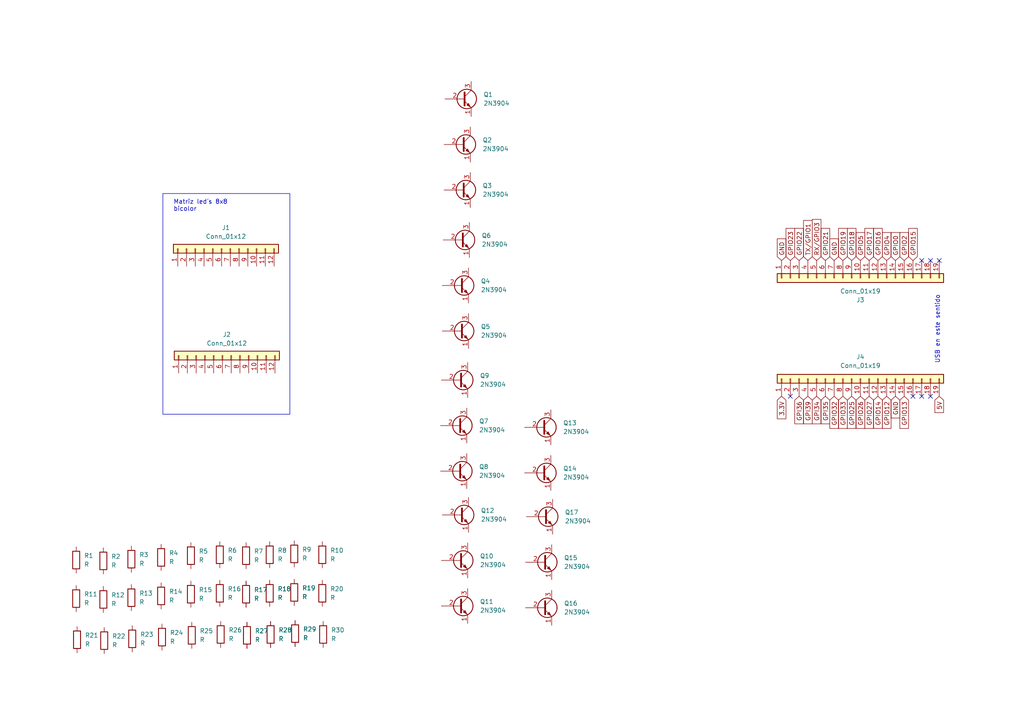
<source format=kicad_sch>
(kicad_sch (version 20230121) (generator eeschema)
  (paper "A4")
  (lib_symbols
    (symbol "Connector_Generic:Conn_01x12" (pin_names (offset 1.016) hide)
      (property "Reference" "J" (at 0 15.24 0))
      (property "Value" "Conn_01x12" (at 0 -17.78 0))
      (symbol "Conn_01x12_1_1"
        (rectangle (start -1.27 -15.113) (end 0 -15.367) (stroke (width 0.1524)))
        (rectangle (start -1.27 -12.573) (end 0 -12.827) (stroke (width 0.1524)))
        (rectangle (start -1.27 -10.033) (end 0 -10.287) (stroke (width 0.1524)))
        (rectangle (start -1.27 -7.493) (end 0 -7.747) (stroke (width 0.1524)))
        (rectangle (start -1.27 -4.953) (end 0 -5.207) (stroke (width 0.1524)))
        (rectangle (start -1.27 -2.413) (end 0 -2.667) (stroke (width 0.1524)))
        (rectangle (start -1.27 0.127) (end 0 -0.127) (stroke (width 0.1524)))
        (rectangle (start -1.27 2.667) (end 0 2.413) (stroke (width 0.1524)))
        (rectangle (start -1.27 5.207) (end 0 4.953) (stroke (width 0.1524)))
        (rectangle (start -1.27 7.747) (end 0 7.493) (stroke (width 0.1524)))
        (rectangle (start -1.27 10.287) (end 0 10.033) (stroke (width 0.1524)))
        (rectangle (start -1.27 12.827) (end 0 12.573) (stroke (width 0.1524)))
        (rectangle (start -1.27 13.97) (end 1.27 -16.51) (stroke (width 0.254)) (fill (type background)))
        (pin passive line (at -5.08 12.7 0) (length 3.81) (name "Pin_1") (number "1"))
        (pin passive line (at -5.08 -10.16 0) (length 3.81) (name "Pin_10") (number "10"))
        (pin passive line (at -5.08 -12.7 0) (length 3.81) (name "Pin_11") (number "11"))
        (pin passive line (at -5.08 -15.24 0) (length 3.81) (name "Pin_12") (number "12"))
        (pin passive line (at -5.08 10.16 0) (length 3.81) (name "Pin_2") (number "2"))
        (pin passive line (at -5.08 7.62 0) (length 3.81) (name "Pin_3") (number "3"))
        (pin passive line (at -5.08 5.08 0) (length 3.81) (name "Pin_4") (number "4"))
        (pin passive line (at -5.08 2.54 0) (length 3.81) (name "Pin_5") (number "5"))
        (pin passive line (at -5.08 0 0) (length 3.81) (name "Pin_6") (number "6"))
        (pin passive line (at -5.08 -2.54 0) (length 3.81) (name "Pin_7") (number "7"))
        (pin passive line (at -5.08 -5.08 0) (length 3.81) (name "Pin_8") (number "8"))
        (pin passive line (at -5.08 -7.62 0) (length 3.81) (name "Pin_9") (number "9"))
      )
    )
    (symbol "Connector_Generic:Conn_01x19" (pin_names (offset 1.016) hide)
      (property "Reference" "J" (at 0 25.4 0))
      (property "Value" "Conn_01x19" (at 0 -25.4 0))
      (symbol "Conn_01x19_1_1"
        (rectangle (start -1.27 -22.733) (end 0 -22.987) (stroke (width 0.1524)))
        (rectangle (start -1.27 -20.193) (end 0 -20.447) (stroke (width 0.1524)))
        (rectangle (start -1.27 -17.653) (end 0 -17.907) (stroke (width 0.1524)))
        (rectangle (start -1.27 -15.113) (end 0 -15.367) (stroke (width 0.1524)))
        (rectangle (start -1.27 -12.573) (end 0 -12.827) (stroke (width 0.1524)))
        (rectangle (start -1.27 -10.033) (end 0 -10.287) (stroke (width 0.1524)))
        (rectangle (start -1.27 -7.493) (end 0 -7.747) (stroke (width 0.1524)))
        (rectangle (start -1.27 -4.953) (end 0 -5.207) (stroke (width 0.1524)))
        (rectangle (start -1.27 -2.413) (end 0 -2.667) (stroke (width 0.1524)))
        (rectangle (start -1.27 0.127) (end 0 -0.127) (stroke (width 0.1524)))
        (rectangle (start -1.27 2.667) (end 0 2.413) (stroke (width 0.1524)))
        (rectangle (start -1.27 5.207) (end 0 4.953) (stroke (width 0.1524)))
        (rectangle (start -1.27 7.747) (end 0 7.493) (stroke (width 0.1524)))
        (rectangle (start -1.27 10.287) (end 0 10.033) (stroke (width 0.1524)))
        (rectangle (start -1.27 12.827) (end 0 12.573) (stroke (width 0.1524)))
        (rectangle (start -1.27 15.367) (end 0 15.113) (stroke (width 0.1524)))
        (rectangle (start -1.27 17.907) (end 0 17.653) (stroke (width 0.1524)))
        (rectangle (start -1.27 20.447) (end 0 20.193) (stroke (width 0.1524)))
        (rectangle (start -1.27 22.987) (end 0 22.733) (stroke (width 0.1524)))
        (rectangle (start -1.27 24.13) (end 1.27 -24.13) (stroke (width 0.254)) (fill (type background)))
        (pin passive line (at -5.08 22.86 0) (length 3.81) (name "Pin_1") (number "1"))
        (pin passive line (at -5.08 0 0) (length 3.81) (name "Pin_10") (number "10"))
        (pin passive line (at -5.08 -2.54 0) (length 3.81) (name "Pin_11") (number "11"))
        (pin passive line (at -5.08 -5.08 0) (length 3.81) (name "Pin_12") (number "12"))
        (pin passive line (at -5.08 -7.62 0) (length 3.81) (name "Pin_13") (number "13"))
        (pin passive line (at -5.08 -10.16 0) (length 3.81) (name "Pin_14") (number "14"))
        (pin passive line (at -5.08 -12.7 0) (length 3.81) (name "Pin_15") (number "15"))
        (pin passive line (at -5.08 -15.24 0) (length 3.81) (name "Pin_16") (number "16"))
        (pin passive line (at -5.08 -17.78 0) (length 3.81) (name "Pin_17") (number "17"))
        (pin passive line (at -5.08 -20.32 0) (length 3.81) (name "Pin_18") (number "18"))
        (pin passive line (at -5.08 -22.86 0) (length 3.81) (name "Pin_19") (number "19"))
        (pin passive line (at -5.08 20.32 0) (length 3.81) (name "Pin_2") (number "2"))
        (pin passive line (at -5.08 17.78 0) (length 3.81) (name "Pin_3") (number "3"))
        (pin passive line (at -5.08 15.24 0) (length 3.81) (name "Pin_4") (number "4"))
        (pin passive line (at -5.08 12.7 0) (length 3.81) (name "Pin_5") (number "5"))
        (pin passive line (at -5.08 10.16 0) (length 3.81) (name "Pin_6") (number "6"))
        (pin passive line (at -5.08 7.62 0) (length 3.81) (name "Pin_7") (number "7"))
        (pin passive line (at -5.08 5.08 0) (length 3.81) (name "Pin_8") (number "8"))
        (pin passive line (at -5.08 2.54 0) (length 3.81) (name "Pin_9") (number "9"))
      )
    )
    (symbol "Device:R" (pin_numbers hide) (pin_names (offset 0))
      (property "Reference" "R" (at 2.032 0 90))
      (property "Value" "R" (at 0 0 90))
      (symbol "R_0_1"
        (rectangle (start -1.016 -2.54) (end 1.016 2.54) (stroke (width 0.254)))
      )
      (symbol "R_1_1"
        (pin passive line (at 0 3.81 270) (length 1.27) (name "~") (number "1"))
        (pin passive line (at 0 -3.81 90) (length 1.27) (name "~") (number "2"))
      )
    )
    (symbol "Transistor_BJT:2N3904" (pin_names (offset 0) hide)
      (property "Reference" "Q" (at 5.08 1.905 0))
      (property "Value" "2N3904" (at 5.08 0 0))
      (symbol "2N3904_0_1"
        (polyline (pts (xy 0.635 0.635) (xy 2.54 2.54)))
        (polyline (pts (xy 0.635 -0.635) (xy 2.54 -2.54) (xy 2.54 -2.54)))
        (polyline (pts (xy 0.635 1.905) (xy 0.635 -1.905) (xy 0.635 -1.905)) (stroke (width 0.508)))
        (polyline (pts (xy 1.27 -1.778) (xy 1.778 -1.27) (xy 2.286 -2.286) (xy 1.27 -1.778) (xy 1.27 -1.778)) (fill (type outline)))
        (circle (center 1.27 0) (radius 2.8194) (stroke (width 0.254)))
      )
      (symbol "2N3904_1_1"
        (pin passive line (at 2.54 -5.08 90) (length 2.54) (name "E") (number "1"))
        (pin passive line (at -5.08 0 0) (length 5.715) (name "B") (number "2"))
        (pin passive line (at 2.54 5.08 270) (length 2.54) (name "C") (number "3"))
      )
    )
  )
  (no_connect (at 272.415 75.565))
  (no_connect (at 269.875 75.565))
  (no_connect (at 269.875 114.935))
  (no_connect (at 229.235 114.935))
  (no_connect (at 267.335 114.935))
  (no_connect (at 267.335 75.565))
  (no_connect (at 264.795 114.935))
  (rectangle (start 47.244 56.134) (end 84.074 120.142))
  (text "USB en este sentido" (at 272.669 105.537 90) (effects (font (size 1.27 1.27)) (justify left bottom)))
  (text "Matriz led´s 8x8\nbicolor" (at 50.292 61.468 0) (effects (font (size 1.27 1.27)) (justify left bottom)))
  (global_label "GPI35" (shape input) (at 239.395 114.935 270) (property "Intersheetrefs" "${INTERSHEET_REFS}" (effects hide)))
  (global_label "5V" (shape input) (at 272.415 114.935 270) (property "Intersheetrefs" "${INTERSHEET_REFS}" (effects hide)))
  (global_label "GPI34" (shape input) (at 236.855 114.935 270) (property "Intersheetrefs" "${INTERSHEET_REFS}" (effects hide)))
  (global_label "GPIO25" (shape input) (at 247.015 114.935 270) (property "Intersheetrefs" "${INTERSHEET_REFS}" (effects hide)))
  (global_label "GPIO23" (shape input) (at 229.235 75.565 90) (property "Intersheetrefs" "${INTERSHEET_REFS}" (effects hide)))
  (global_label "RX{slash}GPIO3" (shape input) (at 236.855 75.565 90) (property "Intersheetrefs" "${INTERSHEET_REFS}" (effects hide)))
  (global_label "GPIO21" (shape input) (at 239.395 75.565 90) (property "Intersheetrefs" "${INTERSHEET_REFS}" (effects hide)))
  (global_label "GPIO16" (shape input) (at 254.635 75.565 90) (property "Intersheetrefs" "${INTERSHEET_REFS}" (effects hide)))
  (global_label "GPIO17" (shape input) (at 252.095 75.565 90) (property "Intersheetrefs" "${INTERSHEET_REFS}" (effects hide)))
  (global_label "GPIO26" (shape input) (at 249.555 114.935 270) (property "Intersheetrefs" "${INTERSHEET_REFS}" (effects hide)))
  (global_label "GPIO14" (shape input) (at 254.635 114.935 270) (property "Intersheetrefs" "${INTERSHEET_REFS}" (effects hide)))
  (global_label "GPIO4" (shape input) (at 257.175 75.565 90) (property "Intersheetrefs" "${INTERSHEET_REFS}" (effects hide)))
  (global_label "GND" (shape input) (at 241.935 75.565 90) (property "Intersheetrefs" "${INTERSHEET_REFS}" (effects hide)))
  (global_label "3.3V" (shape input) (at 226.695 114.935 270) (property "Intersheetrefs" "${INTERSHEET_REFS}" (effects hide)))
  (global_label "GPI39" (shape input) (at 234.315 114.935 270) (property "Intersheetrefs" "${INTERSHEET_REFS}" (effects hide)))
  (global_label "GPIO13" (shape input) (at 262.255 114.935 270) (property "Intersheetrefs" "${INTERSHEET_REFS}" (effects hide)))
  (global_label "GPIO22" (shape input) (at 231.775 75.565 90) (property "Intersheetrefs" "${INTERSHEET_REFS}" (effects hide)))
  (global_label "GPIO19" (shape input) (at 244.475 75.565 90) (property "Intersheetrefs" "${INTERSHEET_REFS}" (effects hide)))
  (global_label "GND" (shape input) (at 259.715 114.935 270) (property "Intersheetrefs" "${INTERSHEET_REFS}" (effects hide)))
  (global_label "GPIO15" (shape input) (at 264.795 75.565 90) (property "Intersheetrefs" "${INTERSHEET_REFS}" (effects hide)))
  (global_label "GPIO27" (shape input) (at 252.095 114.935 270) (property "Intersheetrefs" "${INTERSHEET_REFS}" (effects hide)))
  (global_label "GPIO32" (shape input) (at 241.935 114.935 270) (property "Intersheetrefs" "${INTERSHEET_REFS}" (effects hide)))
  (global_label "GPIO0" (shape input) (at 259.715 75.565 90) (property "Intersheetrefs" "${INTERSHEET_REFS}" (effects hide)))
  (global_label "GPIO12" (shape input) (at 257.175 114.935 270) (property "Intersheetrefs" "${INTERSHEET_REFS}" (effects hide)))
  (global_label "GPI36" (shape input) (at 231.775 114.935 270) (property "Intersheetrefs" "${INTERSHEET_REFS}" (effects hide)))
  (global_label "GPIO18" (shape input) (at 247.015 75.565 90) (property "Intersheetrefs" "${INTERSHEET_REFS}" (effects hide)))
  (global_label "GPIO2" (shape input) (at 262.255 75.565 90) (property "Intersheetrefs" "${INTERSHEET_REFS}" (effects hide)))
  (global_label "GND" (shape input) (at 226.695 75.565 90) (property "Intersheetrefs" "${INTERSHEET_REFS}" (effects hide)))
  (global_label "TX{slash}GPIO1" (shape input) (at 234.315 75.565 90) (property "Intersheetrefs" "${INTERSHEET_REFS}" (effects hide)))
  (global_label "GPIO33" (shape input) (at 244.475 114.935 270) (property "Intersheetrefs" "${INTERSHEET_REFS}" (effects hide)))
  (global_label "GPIO5" (shape input) (at 249.555 75.565 90) (property "Intersheetrefs" "${INTERSHEET_REFS}" (effects hide)))
  (symbol (lib_id "Device:R") (at 22.352 185.547 0) (unit 1)
    (property "Reference" "R21" (at 24.638 184.277 0) (effects (justify left)))
    (property "Value" "R" (at 24.638 186.817 0) (effects (justify left)))
  )
  (symbol (lib_id "Device:R") (at 22.098 162.433 0) (unit 1)
    (property "Reference" "R1" (at 24.384 161.163 0) (effects (justify left)))
    (property "Value" "R" (at 24.384 163.703 0) (effects (justify left)))
  )
  (symbol (lib_id "Transistor_BJT:2N3904") (at 157.226 123.952 0) (unit 1)
    (property "Reference" "Q13" (at 163.322 122.682 0) (effects (justify left)))
    (property "Value" "2N3904" (at 163.322 125.222 0) (effects (justify left)))
    (property "Footprint" "Package_TO_SOT_THT:TO-92_Inline" (effects hide))
    (property "Datasheet" "https://www.onsemi.com/pub/Collateral/2N3903-D.PDF" (effects hide))
  )
  (symbol (lib_id "Transistor_BJT:2N3904") (at 157.734 149.86 0) (unit 1)
    (property "Reference" "Q17" (at 163.83 148.59 0) (effects (justify left)))
    (property "Value" "2N3904" (at 163.83 151.13 0) (effects (justify left)))
    (property "Footprint" "Package_TO_SOT_THT:TO-92_Inline" (effects hide))
    (property "Datasheet" "https://www.onsemi.com/pub/Collateral/2N3903-D.PDF" (effects hide))
  )
  (symbol (lib_id "Transistor_BJT:2N3904") (at 133.858 55.118 0) (unit 1)
    (property "Reference" "Q3" (at 139.954 53.848 0) (effects (justify left)))
    (property "Value" "2N3904" (at 139.954 56.388 0) (effects (justify left)))
    (property "Footprint" "Package_TO_SOT_THT:TO-92_Inline" (effects hide))
    (property "Datasheet" "https://www.onsemi.com/pub/Collateral/2N3903-D.PDF" (effects hide))
  )
  (symbol (lib_id "Transistor_BJT:2N3904") (at 134.112 28.702 0) (unit 1)
    (property "Reference" "Q1" (at 140.208 27.432 0) (effects (justify left)))
    (property "Value" "2N3904" (at 140.208 29.972 0) (effects (justify left)))
    (property "Footprint" "Package_TO_SOT_THT:TO-92_Inline" (effects hide))
    (property "Datasheet" "https://www.onsemi.com/pub/Collateral/2N3903-D.PDF" (effects hide))
  )
  (symbol (lib_id "Device:R") (at 64.008 184.023 0) (unit 1)
    (property "Reference" "R26" (at 66.294 182.753 0) (effects (justify left)))
    (property "Value" "R" (at 66.294 185.293 0) (effects (justify left)))
  )
  (symbol (lib_id "Transistor_BJT:2N3904") (at 132.842 136.652 0) (unit 1)
    (property "Reference" "Q8" (at 138.938 135.382 0) (effects (justify left)))
    (property "Value" "2N3904" (at 138.938 137.922 0) (effects (justify left)))
    (property "Footprint" "Package_TO_SOT_THT:TO-92_Inline" (effects hide))
    (property "Datasheet" "https://www.onsemi.com/pub/Collateral/2N3903-D.PDF" (effects hide))
  )
  (symbol (lib_id "Device:R") (at 38.354 185.293 0) (unit 1)
    (property "Reference" "R23" (at 40.64 184.023 0) (effects (justify left)))
    (property "Value" "R" (at 40.64 186.563 0) (effects (justify left)))
  )
  (symbol (lib_id "Transistor_BJT:2N3904") (at 157.48 163.068 0) (unit 1)
    (property "Reference" "Q15" (at 163.576 161.798 0) (effects (justify left)))
    (property "Value" "2N3904" (at 163.576 164.338 0) (effects (justify left)))
    (property "Footprint" "Package_TO_SOT_THT:TO-92_Inline" (effects hide))
    (property "Datasheet" "https://www.onsemi.com/pub/Collateral/2N3903-D.PDF" (effects hide))
  )
  (symbol (lib_id "Device:R") (at 30.226 185.801 0) (unit 1)
    (property "Reference" "R22" (at 32.512 184.531 0) (effects (justify left)))
    (property "Value" "R" (at 32.512 187.071 0) (effects (justify left)))
  )
  (symbol (lib_id "Transistor_BJT:2N3904") (at 133.858 41.91 0) (unit 1)
    (property "Reference" "Q2" (at 139.954 40.64 0) (effects (justify left)))
    (property "Value" "2N3904" (at 139.954 43.18 0) (effects (justify left)))
    (property "Footprint" "Package_TO_SOT_THT:TO-92_Inline" (effects hide))
    (property "Datasheet" "https://www.onsemi.com/pub/Collateral/2N3903-D.PDF" (effects hide))
  )
  (symbol (lib_id "Device:R") (at 71.628 184.277 0) (unit 1)
    (property "Reference" "R27" (at 73.914 183.007 0) (effects (justify left)))
    (property "Value" "R" (at 73.914 185.547 0) (effects (justify left)))
  )
  (symbol (lib_id "Device:R") (at 78.486 184.023 0) (unit 1)
    (property "Reference" "R28" (at 80.772 182.753 0) (effects (justify left)))
    (property "Value" "R" (at 80.772 185.293 0) (effects (justify left)))
  )
  (symbol (lib_id "Device:R") (at 63.754 172.085 0) (unit 1)
    (property "Reference" "R16" (at 66.04 170.815 0) (effects (justify left)))
    (property "Value" "R" (at 66.04 173.355 0) (effects (justify left)))
  )
  (symbol (lib_id "Transistor_BJT:2N3904") (at 157.48 176.276 0) (unit 1)
    (property "Reference" "Q16" (at 163.576 175.006 0) (effects (justify left)))
    (property "Value" "2N3904" (at 163.576 177.546 0) (effects (justify left)))
    (property "Footprint" "Package_TO_SOT_THT:TO-92_Inline" (effects hide))
    (property "Datasheet" "https://www.onsemi.com/pub/Collateral/2N3903-D.PDF" (effects hide))
  )
  (symbol (lib_id "Transistor_BJT:2N3904") (at 133.096 162.56 0) (unit 1)
    (property "Reference" "Q10" (at 139.192 161.29 0) (effects (justify left)))
    (property "Value" "2N3904" (at 139.192 163.83 0) (effects (justify left)))
    (property "Footprint" "Package_TO_SOT_THT:TO-92_Inline" (effects hide))
    (property "Datasheet" "https://www.onsemi.com/pub/Collateral/2N3903-D.PDF" (effects hide))
  )
  (symbol (lib_id "Transistor_BJT:2N3904") (at 157.226 137.16 0) (unit 1)
    (property "Reference" "Q14" (at 163.322 135.89 0) (effects (justify left)))
    (property "Value" "2N3904" (at 163.322 138.43 0) (effects (justify left)))
    (property "Footprint" "Package_TO_SOT_THT:TO-92_Inline" (effects hide))
    (property "Datasheet" "https://www.onsemi.com/pub/Collateral/2N3903-D.PDF" (effects hide))
  )
  (symbol (lib_id "Connector_Generic:Conn_01x12") (at 64.516 103.124 90) (unit 1)
    (property "Reference" "J2" (at 65.786 97.028 90))
    (property "Value" "Conn_01x12" (at 65.786 99.568 90))
  )
  (symbol (lib_id "Transistor_BJT:2N3904") (at 133.096 175.768 0) (unit 1)
    (property "Reference" "Q11" (at 139.192 174.498 0) (effects (justify left)))
    (property "Value" "2N3904" (at 139.192 177.038 0) (effects (justify left)))
    (property "Footprint" "Package_TO_SOT_THT:TO-92_Inline" (effects hide))
    (property "Datasheet" "https://www.onsemi.com/pub/Collateral/2N3903-D.PDF" (effects hide))
  )
  (symbol (lib_id "Device:R") (at 29.972 173.863 0) (unit 1)
    (property "Reference" "R12" (at 32.258 172.593 0) (effects (justify left)))
    (property "Value" "R" (at 32.258 175.133 0) (effects (justify left)))
  )
  (symbol (lib_id "Device:R") (at 38.1 173.355 0) (unit 1)
    (property "Reference" "R13" (at 40.386 172.085 0) (effects (justify left)))
    (property "Value" "R" (at 40.386 174.625 0) (effects (justify left)))
  )
  (symbol (lib_id "Device:R") (at 85.344 160.655 0) (unit 1)
    (property "Reference" "R9" (at 87.63 159.385 0) (effects (justify left)))
    (property "Value" "R" (at 87.63 161.925 0) (effects (justify left)))
  )
  (symbol (lib_id "Connector_Generic:Conn_01x19") (at 249.555 109.855 90) (unit 1)
    (property "Reference" "J4" (at 249.555 103.505 90))
    (property "Value" "Conn_01x19" (at 249.555 106.045 90))
  )
  (symbol (lib_id "Device:R") (at 46.736 161.671 0) (unit 1)
    (property "Reference" "R4" (at 49.022 160.401 0) (effects (justify left)))
    (property "Value" "R" (at 49.022 162.941 0) (effects (justify left)))
  )
  (symbol (lib_id "Device:R") (at 71.374 172.339 0) (unit 1)
    (property "Reference" "R17" (at 73.66 171.069 0) (effects (justify left)))
    (property "Value" "R" (at 73.66 173.609 0) (effects (justify left)))
  )
  (symbol (lib_id "Device:R") (at 93.472 172.085 0) (unit 1)
    (property "Reference" "R20" (at 95.758 170.815 0) (effects (justify left)))
    (property "Value" "R" (at 95.758 173.355 0) (effects (justify left)))
  )
  (symbol (lib_id "Device:R") (at 55.372 161.163 0) (unit 1)
    (property "Reference" "R5" (at 57.658 159.893 0) (effects (justify left)))
    (property "Value" "R" (at 57.658 162.433 0) (effects (justify left)))
  )
  (symbol (lib_id "Device:R") (at 63.754 160.909 0) (unit 1)
    (property "Reference" "R6" (at 66.04 159.639 0) (effects (justify left)))
    (property "Value" "R" (at 66.04 162.179 0) (effects (justify left)))
  )
  (symbol (lib_id "Connector_Generic:Conn_01x19") (at 249.555 80.645 90) (mirror x) (unit 1)
    (property "Reference" "J3" (at 249.555 86.995 90))
    (property "Value" "Conn_01x19" (at 249.555 84.455 90))
  )
  (symbol (lib_id "Transistor_BJT:2N3904") (at 133.096 110.236 0) (unit 1)
    (property "Reference" "Q9" (at 139.192 108.966 0) (effects (justify left)))
    (property "Value" "2N3904" (at 139.192 111.506 0) (effects (justify left)))
    (property "Footprint" "Package_TO_SOT_THT:TO-92_Inline" (effects hide))
    (property "Datasheet" "https://www.onsemi.com/pub/Collateral/2N3903-D.PDF" (effects hide))
  )
  (symbol (lib_id "Device:R") (at 78.232 160.909 0) (unit 1)
    (property "Reference" "R8" (at 80.518 159.639 0) (effects (justify left)))
    (property "Value" "R" (at 80.518 162.179 0) (effects (justify left)))
  )
  (symbol (lib_id "Device:R") (at 46.736 172.847 0) (unit 1)
    (property "Reference" "R14" (at 49.022 171.577 0) (effects (justify left)))
    (property "Value" "R" (at 49.022 174.117 0) (effects (justify left)))
  )
  (symbol (lib_id "Connector_Generic:Conn_01x12") (at 64.262 72.136 90) (unit 1)
    (property "Reference" "J1" (at 65.532 66.04 90))
    (property "Value" "Conn_01x12" (at 65.532 68.58 90))
  )
  (symbol (lib_id "Transistor_BJT:2N3904") (at 133.35 149.352 0) (unit 1)
    (property "Reference" "Q12" (at 139.446 148.082 0) (effects (justify left)))
    (property "Value" "2N3904" (at 139.446 150.622 0) (effects (justify left)))
    (property "Footprint" "Package_TO_SOT_THT:TO-92_Inline" (effects hide))
    (property "Datasheet" "https://www.onsemi.com/pub/Collateral/2N3903-D.PDF" (effects hide))
  )
  (symbol (lib_id "Device:R") (at 22.098 173.609 0) (unit 1)
    (property "Reference" "R11" (at 24.384 172.339 0) (effects (justify left)))
    (property "Value" "R" (at 24.384 174.879 0) (effects (justify left)))
  )
  (symbol (lib_id "Transistor_BJT:2N3904") (at 133.604 69.596 0) (unit 1)
    (property "Reference" "Q6" (at 139.7 68.326 0) (effects (justify left)))
    (property "Value" "2N3904" (at 139.7 70.866 0) (effects (justify left)))
    (property "Footprint" "Package_TO_SOT_THT:TO-92_Inline" (effects hide))
    (property "Datasheet" "https://www.onsemi.com/pub/Collateral/2N3903-D.PDF" (effects hide))
  )
  (symbol (lib_id "Transistor_BJT:2N3904") (at 133.35 96.012 0) (unit 1)
    (property "Reference" "Q5" (at 139.446 94.742 0) (effects (justify left)))
    (property "Value" "2N3904" (at 139.446 97.282 0) (effects (justify left)))
    (property "Footprint" "Package_TO_SOT_THT:TO-92_Inline" (effects hide))
    (property "Datasheet" "https://www.onsemi.com/pub/Collateral/2N3903-D.PDF" (effects hide))
  )
  (symbol (lib_id "Transistor_BJT:2N3904") (at 133.35 82.804 0) (unit 1)
    (property "Reference" "Q4" (at 139.446 81.534 0) (effects (justify left)))
    (property "Value" "2N3904" (at 139.446 84.074 0) (effects (justify left)))
    (property "Footprint" "Package_TO_SOT_THT:TO-92_Inline" (effects hide))
    (property "Datasheet" "https://www.onsemi.com/pub/Collateral/2N3903-D.PDF" (effects hide))
  )
  (symbol (lib_id "Device:R") (at 85.598 183.769 0) (unit 1)
    (property "Reference" "R29" (at 87.884 182.499 0) (effects (justify left)))
    (property "Value" "R" (at 87.884 185.039 0) (effects (justify left)))
  )
  (symbol (lib_id "Device:R") (at 71.374 161.163 0) (unit 1)
    (property "Reference" "R7" (at 73.66 159.893 0) (effects (justify left)))
    (property "Value" "R" (at 73.66 162.433 0) (effects (justify left)))
  )
  (symbol (lib_id "Device:R") (at 85.344 171.831 0) (unit 1)
    (property "Reference" "R19" (at 87.63 170.561 0) (effects (justify left)))
    (property "Value" "R" (at 87.63 173.101 0) (effects (justify left)))
  )
  (symbol (lib_id "Device:R") (at 55.372 172.339 0) (unit 1)
    (property "Reference" "R15" (at 57.658 171.069 0) (effects (justify left)))
    (property "Value" "R" (at 57.658 173.609 0) (effects (justify left)))
  )
  (symbol (lib_id "Device:R") (at 38.1 162.179 0) (unit 1)
    (property "Reference" "R3" (at 40.386 160.909 0) (effects (justify left)))
    (property "Value" "R" (at 40.386 163.449 0) (effects (justify left)))
  )
  (symbol (lib_id "Device:R") (at 93.472 160.909 0) (unit 1)
    (property "Reference" "R10" (at 95.758 159.639 0) (effects (justify left)))
    (property "Value" "R" (at 95.758 162.179 0) (effects (justify left)))
  )
  (symbol (lib_id "Device:R") (at 46.99 184.785 0) (unit 1)
    (property "Reference" "R24" (at 49.276 183.515 0) (effects (justify left)))
    (property "Value" "R" (at 49.276 186.055 0) (effects (justify left)))
  )
  (symbol (lib_id "Device:R") (at 78.232 172.085 0) (unit 1)
    (property "Reference" "R18" (at 80.518 170.815 0) (effects (justify left)))
    (property "Value" "R" (at 80.518 173.355 0) (effects (justify left)))
  )
  (symbol (lib_id "Device:R") (at 55.626 184.277 0) (unit 1)
    (property "Reference" "R25" (at 57.912 183.007 0) (effects (justify left)))
    (property "Value" "R" (at 57.912 185.547 0) (effects (justify left)))
  )
  (symbol (lib_id "Device:R") (at 93.726 184.023 0) (unit 1)
    (property "Reference" "R30" (at 96.012 182.753 0) (effects (justify left)))
    (property "Value" "R" (at 96.012 185.293 0) (effects (justify left)))
  )
  (symbol (lib_id "Device:R") (at 29.972 162.687 0) (unit 1)
    (property "Reference" "R2" (at 32.258 161.417 0) (effects (justify left)))
    (property "Value" "R" (at 32.258 163.957 0) (effects (justify left)))
  )
  (symbol (lib_id "Transistor_BJT:2N3904") (at 132.842 123.444 0) (unit 1)
    (property "Reference" "Q7" (at 138.938 122.174 0) (effects (justify left)))
    (property "Value" "2N3904" (at 138.938 124.714 0) (effects (justify left)))
    (property "Footprint" "Package_TO_SOT_THT:TO-92_Inline" (effects hide))
    (property "Datasheet" "https://www.onsemi.com/pub/Collateral/2N3903-D.PDF" (effects hide))
  )
)
</source>
